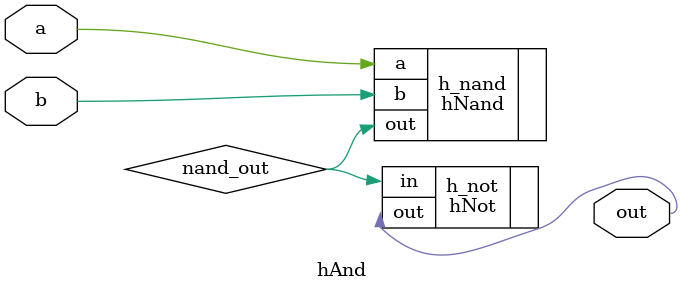
<source format=v>

`ifndef _h_and_
`define _h_and_
`timescale 1ns / 1ps

`include "hNand.v"
`include "hNot.v"

module hAnd(
    input wire a,
    input wire b,
    output wire out
    );

    wire nand_out;

    hNand h_nand(.a(a), .b(b), .out(nand_out));
	hNot h_not(.in(nand_out), .out(out));	

endmodule

`endif
</source>
